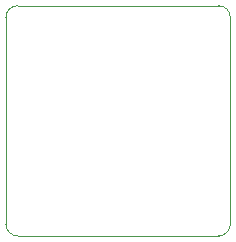
<source format=gbr>
%TF.GenerationSoftware,KiCad,Pcbnew,(5.1.6)-1*%
%TF.CreationDate,2021-08-15T21:21:47-04:00*%
%TF.ProjectId,3pdt-true-bypass,33706474-2d74-4727-9565-2d6279706173,rev?*%
%TF.SameCoordinates,Original*%
%TF.FileFunction,Profile,NP*%
%FSLAX46Y46*%
G04 Gerber Fmt 4.6, Leading zero omitted, Abs format (unit mm)*
G04 Created by KiCad (PCBNEW (5.1.6)-1) date 2021-08-15 21:21:47*
%MOMM*%
%LPD*%
G01*
G04 APERTURE LIST*
%TA.AperFunction,Profile*%
%ADD10C,0.050000*%
%TD*%
G04 APERTURE END LIST*
D10*
X161800001Y-97340001D02*
G75*
G02*
X160800001Y-98340001I-1000000J0D01*
G01*
X143800001Y-98340001D02*
G75*
G02*
X142800001Y-97340001I0J1000000D01*
G01*
X142800001Y-79840001D02*
G75*
G02*
X143800001Y-78840001I1000000J0D01*
G01*
X160800001Y-78840001D02*
G75*
G02*
X161800001Y-79840001I0J-1000000D01*
G01*
X142800001Y-79840001D02*
X142800001Y-97340001D01*
X160800001Y-78840001D02*
X143800001Y-78840001D01*
X161800001Y-97340001D02*
X161800001Y-79840001D01*
X143800001Y-98340001D02*
X160800001Y-98340001D01*
M02*

</source>
